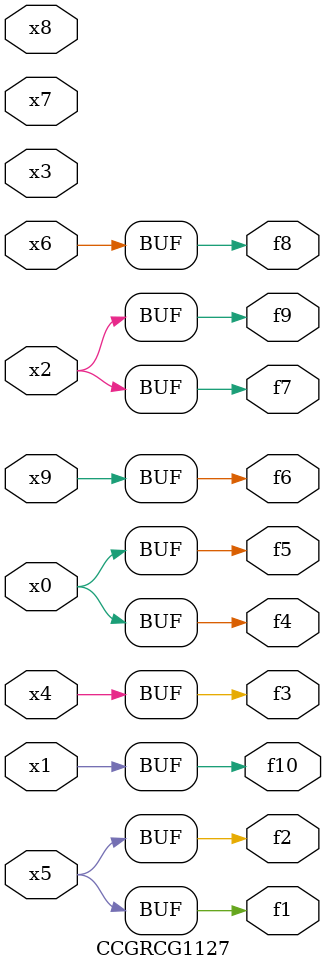
<source format=v>
module CCGRCG1127(
	input x0, x1, x2, x3, x4, x5, x6, x7, x8, x9,
	output f1, f2, f3, f4, f5, f6, f7, f8, f9, f10
);
	assign f1 = x5;
	assign f2 = x5;
	assign f3 = x4;
	assign f4 = x0;
	assign f5 = x0;
	assign f6 = x9;
	assign f7 = x2;
	assign f8 = x6;
	assign f9 = x2;
	assign f10 = x1;
endmodule

</source>
